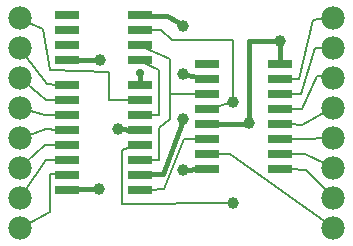
<source format=gtl>
G04 MADE WITH FRITZING*
G04 WWW.FRITZING.ORG*
G04 DOUBLE SIDED*
G04 HOLES PLATED*
G04 CONTOUR ON CENTER OF CONTOUR VECTOR*
%ASAXBY*%
%FSLAX23Y23*%
%MOIN*%
%OFA0B0*%
%SFA1.0B1.0*%
%ADD10C,0.039370*%
%ADD11C,0.027559*%
%ADD12C,0.078000*%
%ADD13R,0.080000X0.026000*%
%ADD14C,0.016000*%
%ADD15C,0.008000*%
%LNCOPPER1*%
G90*
G70*
G54D10*
X330Y628D03*
X326Y199D03*
X929Y691D03*
X606Y742D03*
G54D11*
X464Y585D03*
G54D10*
X606Y262D03*
X389Y396D03*
X826Y416D03*
X606Y431D03*
X606Y581D03*
X771Y152D03*
X772Y486D03*
G54D12*
X1106Y69D03*
X1106Y169D03*
X1106Y269D03*
X1106Y369D03*
X1106Y469D03*
X1106Y569D03*
X1106Y669D03*
X1106Y769D03*
X63Y766D03*
X63Y666D03*
X63Y566D03*
X63Y466D03*
X63Y366D03*
X63Y266D03*
X63Y166D03*
X63Y66D03*
G54D13*
X220Y545D03*
X220Y495D03*
X220Y445D03*
X220Y395D03*
X220Y345D03*
X220Y295D03*
X220Y245D03*
X220Y195D03*
X462Y195D03*
X462Y245D03*
X462Y295D03*
X462Y345D03*
X462Y395D03*
X462Y445D03*
X462Y495D03*
X462Y545D03*
X929Y263D03*
X929Y313D03*
X929Y363D03*
X929Y413D03*
X929Y463D03*
X929Y513D03*
X929Y563D03*
X929Y613D03*
X687Y613D03*
X687Y563D03*
X687Y513D03*
X687Y463D03*
X687Y413D03*
X687Y363D03*
X687Y313D03*
X687Y263D03*
X220Y776D03*
X220Y726D03*
X220Y676D03*
X220Y626D03*
X462Y626D03*
X462Y676D03*
X462Y726D03*
X462Y776D03*
G54D14*
X826Y691D02*
X915Y691D01*
D02*
X826Y429D02*
X826Y691D01*
D02*
X255Y196D02*
X313Y199D01*
D02*
X317Y628D02*
X255Y626D01*
D02*
X619Y262D02*
X653Y263D01*
D02*
X464Y574D02*
X462Y552D01*
D02*
X595Y750D02*
X554Y774D01*
D02*
X554Y774D02*
X497Y775D01*
D02*
X929Y678D02*
X929Y621D01*
D02*
X619Y578D02*
X653Y571D01*
D02*
X539Y247D02*
X497Y246D01*
D02*
X601Y419D02*
X539Y247D01*
D02*
X813Y415D02*
X722Y414D01*
D02*
X403Y396D02*
X428Y395D01*
G54D15*
D02*
X610Y364D02*
X543Y196D01*
D02*
X653Y364D02*
X610Y364D01*
D02*
X402Y149D02*
X758Y152D01*
D02*
X402Y329D02*
X402Y149D01*
D02*
X433Y337D02*
X402Y329D01*
D02*
X543Y196D02*
X497Y195D01*
D02*
X759Y483D02*
X715Y471D01*
D02*
X771Y695D02*
X772Y500D01*
D02*
X531Y726D02*
X570Y695D01*
D02*
X570Y695D02*
X771Y695D01*
D02*
X497Y726D02*
X531Y726D01*
D02*
X358Y589D02*
X358Y495D01*
D02*
X358Y495D02*
X428Y495D01*
D02*
X85Y755D02*
X138Y730D01*
D02*
X138Y730D02*
X161Y593D01*
D02*
X161Y593D02*
X358Y589D01*
D02*
X153Y546D02*
X77Y646D01*
D02*
X186Y545D02*
X153Y546D01*
D02*
X150Y494D02*
X82Y550D01*
D02*
X186Y494D02*
X150Y494D01*
D02*
X146Y443D02*
X86Y460D01*
D02*
X186Y444D02*
X146Y443D01*
D02*
X150Y396D02*
X86Y374D01*
D02*
X186Y395D02*
X150Y396D01*
D02*
X146Y345D02*
X80Y283D01*
D02*
X186Y345D02*
X146Y345D01*
D02*
X150Y293D02*
X76Y186D01*
D02*
X186Y294D02*
X150Y293D01*
D02*
X161Y120D02*
X84Y78D01*
D02*
X161Y247D02*
X161Y120D01*
D02*
X186Y246D02*
X161Y247D01*
D02*
X1039Y762D02*
X1082Y767D01*
D02*
X991Y565D02*
X1039Y762D01*
D02*
X964Y564D02*
X991Y565D01*
D02*
X1047Y668D02*
X1081Y669D01*
D02*
X999Y514D02*
X1047Y668D01*
D02*
X964Y514D02*
X999Y514D01*
D02*
X1051Y574D02*
X1081Y571D01*
D02*
X1003Y463D02*
X1051Y574D01*
D02*
X964Y463D02*
X1003Y463D01*
D02*
X1003Y412D02*
X1085Y457D01*
D02*
X964Y413D02*
X1003Y412D01*
D02*
X1011Y364D02*
X1081Y368D01*
D02*
X964Y364D02*
X1011Y364D01*
D02*
X1011Y314D02*
X1084Y280D01*
D02*
X964Y314D02*
X1011Y314D01*
D02*
X1015Y262D02*
X1089Y187D01*
D02*
X964Y263D02*
X1015Y262D01*
D02*
X763Y314D02*
X1086Y83D01*
D02*
X722Y314D02*
X763Y314D01*
D02*
X527Y593D02*
X477Y618D01*
D02*
X527Y445D02*
X527Y593D01*
D02*
X497Y445D02*
X527Y445D01*
D02*
X562Y514D02*
X653Y514D01*
D02*
X562Y431D02*
X562Y514D01*
D02*
X527Y400D02*
X562Y431D01*
D02*
X527Y293D02*
X527Y400D01*
D02*
X497Y294D02*
X527Y293D01*
D02*
X562Y632D02*
X479Y668D01*
D02*
X562Y514D02*
X562Y632D01*
G04 End of Copper1*
M02*
</source>
